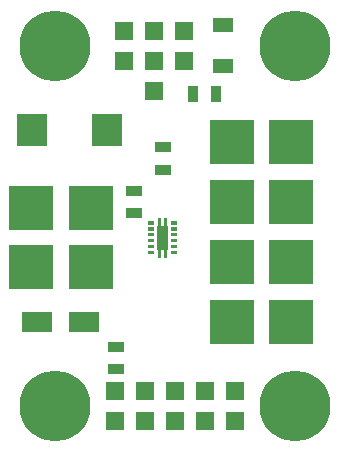
<source format=gbr>
G04 #@! TF.FileFunction,Soldermask,Bot*
%FSLAX46Y46*%
G04 Gerber Fmt 4.6, Leading zero omitted, Abs format (unit mm)*
G04 Created by KiCad (PCBNEW (2015-05-13 BZR 5653)-product) date 7. 1. 2016 11:06:17*
%MOMM*%
G01*
G04 APERTURE LIST*
%ADD10C,0.300000*%
%ADD11R,1.397000X0.889000*%
%ADD12R,2.550160X2.700020*%
%ADD13R,1.699260X1.300480*%
%ADD14R,2.499360X1.800860*%
%ADD15R,1.524000X1.524000*%
%ADD16R,3.810000X3.810000*%
%ADD17C,6.000000*%
%ADD18R,0.889000X1.397000*%
%ADD19C,0.500000*%
G04 APERTURE END LIST*
D10*
D11*
X14224000Y25082500D03*
X14224000Y26987500D03*
D12*
X9525000Y28448000D03*
X3175000Y28448000D03*
D13*
X19304000Y37310060D03*
X19304000Y33809940D03*
D14*
X7586980Y12192000D03*
X3589020Y12192000D03*
D15*
X10922000Y34290000D03*
X10922000Y36830000D03*
X13462000Y34290000D03*
X13462000Y36830000D03*
X16002000Y34290000D03*
X16002000Y36830000D03*
X12700000Y3810000D03*
X12700000Y6350000D03*
X17780000Y3810000D03*
X17780000Y6350000D03*
X15240000Y3810000D03*
X15240000Y6350000D03*
X20320000Y3810000D03*
X20320000Y6350000D03*
X10160000Y6350000D03*
X10160000Y3810000D03*
D16*
X25066000Y27432000D03*
X20066000Y27432000D03*
X25066000Y22352000D03*
X20066000Y22352000D03*
X25066000Y17272000D03*
X20066000Y17272000D03*
X25066000Y12192000D03*
X20066000Y12192000D03*
X3048000Y16844000D03*
X3048000Y21844000D03*
X8128000Y16844000D03*
X8128000Y21844000D03*
D17*
X5080000Y35560000D03*
X25400000Y5080000D03*
X5080000Y5080000D03*
X25400000Y35560000D03*
D18*
X16827500Y31496000D03*
X18732500Y31496000D03*
D11*
X10287000Y8191500D03*
X10287000Y10096500D03*
D10*
G36*
X14924000Y20694000D02*
X15424000Y20694000D01*
X15424000Y20414000D01*
X14924000Y20414000D01*
X14924000Y20694000D01*
X14924000Y20694000D01*
G37*
G36*
X14924000Y20194000D02*
X15424000Y20194000D01*
X15424000Y19914000D01*
X14924000Y19914000D01*
X14924000Y20194000D01*
X14924000Y20194000D01*
G37*
G36*
X14924000Y19694000D02*
X15424000Y19694000D01*
X15424000Y19414000D01*
X14924000Y19414000D01*
X14924000Y19694000D01*
X14924000Y19694000D01*
G37*
G36*
X14924000Y19194000D02*
X15424000Y19194000D01*
X15424000Y18914000D01*
X14924000Y18914000D01*
X14924000Y19194000D01*
X14924000Y19194000D01*
G37*
G36*
X14924000Y18694000D02*
X15424000Y18694000D01*
X15424000Y18414000D01*
X14924000Y18414000D01*
X14924000Y18694000D01*
X14924000Y18694000D01*
G37*
G36*
X14924000Y18194000D02*
X15424000Y18194000D01*
X15424000Y17914000D01*
X14924000Y17914000D01*
X14924000Y18194000D01*
X14924000Y18194000D01*
G37*
G36*
X13024000Y18194000D02*
X13524000Y18194000D01*
X13524000Y17914000D01*
X13024000Y17914000D01*
X13024000Y18194000D01*
X13024000Y18194000D01*
G37*
G36*
X13024000Y18694000D02*
X13524000Y18694000D01*
X13524000Y18414000D01*
X13024000Y18414000D01*
X13024000Y18694000D01*
X13024000Y18694000D01*
G37*
G36*
X13024000Y19194000D02*
X13524000Y19194000D01*
X13524000Y18914000D01*
X13024000Y18914000D01*
X13024000Y19194000D01*
X13024000Y19194000D01*
G37*
G36*
X13024000Y19694000D02*
X13524000Y19694000D01*
X13524000Y19414000D01*
X13024000Y19414000D01*
X13024000Y19694000D01*
X13024000Y19694000D01*
G37*
G36*
X13024000Y20194000D02*
X13524000Y20194000D01*
X13524000Y19914000D01*
X13024000Y19914000D01*
X13024000Y20194000D01*
X13024000Y20194000D01*
G37*
G36*
X13024000Y20694000D02*
X13524000Y20694000D01*
X13524000Y20414000D01*
X13024000Y20414000D01*
X13024000Y20694000D01*
X13024000Y20694000D01*
G37*
G36*
X13774000Y20304000D02*
X14674000Y20304000D01*
X14674000Y18304000D01*
X13774000Y18304000D01*
X13774000Y20304000D01*
X13774000Y20304000D01*
G37*
G36*
X14349000Y18304000D02*
X14599000Y18304000D01*
X14599000Y17604000D01*
X14349000Y17604000D01*
X14349000Y18304000D01*
X14349000Y18304000D01*
G37*
G36*
X13849000Y18304000D02*
X14099000Y18304000D01*
X14099000Y17604000D01*
X13849000Y17604000D01*
X13849000Y18304000D01*
X13849000Y18304000D01*
G37*
G36*
X13849000Y21004000D02*
X14099000Y21004000D01*
X14099000Y20304000D01*
X13849000Y20304000D01*
X13849000Y21004000D01*
X13849000Y21004000D01*
G37*
G36*
X14349000Y21004000D02*
X14599000Y21004000D01*
X14599000Y20304000D01*
X14349000Y20304000D01*
X14349000Y21004000D01*
X14349000Y21004000D01*
G37*
D19*
X14224000Y18604000D03*
X14224000Y20004000D03*
X14224000Y19304000D03*
D15*
X13462000Y31750000D03*
D11*
X11811000Y21399500D03*
X11811000Y23304500D03*
M02*

</source>
